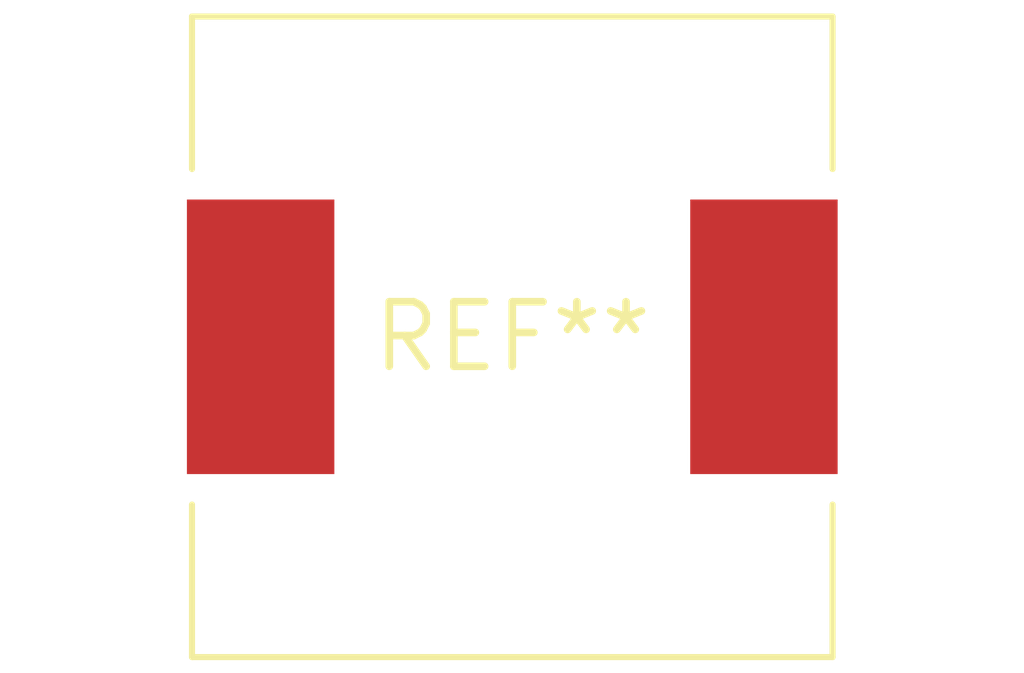
<source format=kicad_pcb>
(kicad_pcb (version 20240108) (generator pcbnew)
  (layers (0 "F.Cu" signal) (31 "B.Cu" signal) (34 "B.Paste" user) (35 "F.Paste" user) (36 "B.SilkS" user "B.Silkscreen") (37 "F.SilkS" user "F.Silkscreen") (38 "B.Mask" user) (39 "F.Mask" user) (44 "Edge.Cuts" user))
  (net 0 "")
  (footprint "L_12x12mm_H4.5mm" (layer "F.Cu") (at 0 0)
    (property "Reference" "REF**")
    (property "Value" "L_12x12mm_H4.5mm")
    (fp_line (start -6.3 -6.3) (end 6.3 -6.3) (layer "F.SilkS") (stroke (width 0.12)))
    (fp_line (start -6.3 -3.3) (end -6.3 -6.3) (layer "F.SilkS") (stroke (width 0.12)))
    (fp_line (start -6.3 6.3) (end -6.3 3.3) (layer "F.SilkS") (stroke (width 0.12)))
    (fp_line (start 6.3 -6.3) (end 6.3 -3.3) (layer "F.SilkS") (stroke (width 0.12)))
    (fp_line (start 6.3 3.3) (end 6.3 6.3) (layer "F.SilkS") (stroke (width 0.12)))
    (fp_line (start 6.3 6.3) (end -6.3 6.3) (layer "F.SilkS") (stroke (width 0.12)))
    (pad "1" smd rect (at -4.95 0) (size 2.9 5.4) (layers "F.Cu" "F.Paste" "F.Mask"))
    (pad "2" smd rect (at 4.95 0) (size 2.9 5.4) (layers "F.Cu" "F.Paste" "F.Mask"))
  )
)
</source>
